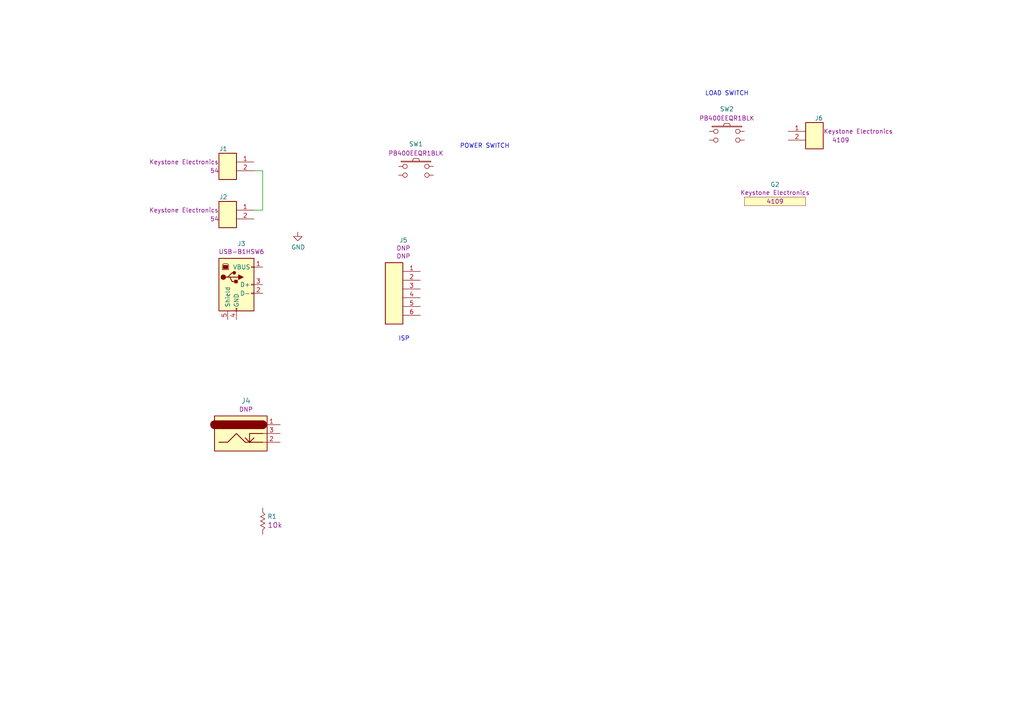
<source format=kicad_sch>
(kicad_sch (version 20211123) (generator eeschema)
  (paper "A4")
  (lib_symbols
    (symbol "master-vampire_General:Conn_1x2"
      (property "Reference" "J" (at -2.54 7.62 0))
      (property "MPN" "DNP" (at 0 10.16 0))
      (property "Manufacturer" "DNP" (at 7.62 17.78 0))
      (symbol "Conn_1x2_0_1"
        (rectangle (start 2.54 5.08) (end -2.54 -2.54) (stroke (width 0.254)) (fill (type background)))
      )
      (symbol "Conn_1x2_1_1"
        (pin bidirectional line (at 7.62 2.54 180) (length 5.08) (name "~") (number "1"))
        (pin bidirectional line (at 7.62 0 180) (length 5.08) (name "~") (number "2"))
      )
    )
    (symbol "master-vampire_General:Conn_1x6"
      (property "Reference" "J" (at -2.54 12.7 0))
      (property "Manufacturer" "DNP" (at 0 15.24 0))
      (property "MPN" "DNP" (at 2.54 12.7 0))
      (symbol "Conn_1x6_0_1"
        (rectangle (start 2.54 10.16) (end -2.54 -7.62) (stroke (width 0.254)) (fill (type background)))
      )
      (symbol "Conn_1x6_1_1"
        (pin input line (at 7.62 7.62 180) (length 5.08) (name "~") (number "1"))
        (pin input line (at 7.62 5.08 180) (length 5.08) (name "~") (number "2"))
        (pin input line (at 7.62 2.54 180) (length 5.08) (name "~") (number "3"))
        (pin input line (at 7.62 0 180) (length 5.08) (name "~") (number "4"))
        (pin input line (at 7.62 -2.54 180) (length 5.08) (name "~") (number "5"))
        (pin input line (at 7.62 -5.08 180) (length 5.08) (name "~") (number "6"))
      )
    )
    (symbol "master-vampire_General:Conn_BarrelJack_Switch"
      (property "Reference" "J" (at -6.35 6.35 0))
      (property "MPN" "DNP" (at -3.81 8.89 0))
      (symbol "Conn_BarrelJack_Switch_0_1"
        (polyline (pts (xy -5.08 2.54) (xy -7.62 2.54)) (stroke (width 2.54)))
        (polyline (pts (xy 1.27 -1.27) (xy 2.54 -2.54)) (stroke (width 0.254)))
        (polyline (pts (xy 2.54 -2.54) (xy 3.81 -1.27)) (stroke (width 0.254)))
        (polyline (pts (xy 6.35 2.54) (xy -5.08 2.54)) (stroke (width 2.54)))
        (polyline (pts (xy 6.35 0) (xy 2.54 0) (xy 2.54 -2.54)) (stroke (width 0.254)))
        (polyline (pts (xy 6.35 -2.54) (xy 1.27 -2.54) (xy -1.27 0) (xy -3.81 -2.54) (xy -6.35 -2.54)) (stroke (width 0.254)))
        (rectangle (start 7.62 5.08) (end -7.62 -5.08) (stroke (width 0.254)) (fill (type background)))
      )
      (symbol "Conn_BarrelJack_Switch_1_1"
        (pin input line (at 11.43 2.54 180) (length 5.08) (name "~") (number "1"))
        (pin input line (at 11.43 -2.54 180) (length 5.08) (name "~") (number "2"))
        (pin input line (at 11.43 0 180) (length 5.08) (name "~") (number "3"))
      )
    )
    (symbol "master-vampire_General:Conn_USB-B" (pin_names (offset 1.016))
      (property "Reference" "J" (at -5.08 11.43 0))
      (property "MPN" "DNP" (at -2.54 8.89 0))
      (symbol "Conn_USB-B_0_1"
        (rectangle (start -5.08 -7.62) (end 5.08 7.62) (stroke (width 0.254)) (fill (type background)))
        (circle (center -3.81 2.159) (radius 0.635) (stroke (width 0.254)) (fill (type outline)))
        (rectangle (start -3.81 5.588) (end -2.54 4.572) (fill (type outline)))
        (circle (center -0.635 3.429) (radius 0.381) (stroke (width 0.254)) (fill (type outline)))
        (rectangle (start -0.127 -7.62) (end 0.127 -6.858))
        (polyline (pts (xy -1.905 2.159) (xy 0.635 2.159)) (stroke (width 0.254)))
        (polyline (pts (xy -3.175 2.159) (xy -2.54 2.159) (xy -1.27 3.429) (xy -0.635 3.429)) (stroke (width 0.254)))
        (polyline (pts (xy -2.54 2.159) (xy -1.905 2.159) (xy -1.27 0.889) (xy 0 0.889)) (stroke (width 0.254)))
        (polyline (pts (xy 0.635 2.794) (xy 0.635 1.524) (xy 1.905 2.159) (xy 0.635 2.794)) (stroke (width 0.254)) (fill (type outline)))
        (polyline (pts (xy -4.064 4.318) (xy -2.286 4.318) (xy -2.286 5.715) (xy -2.667 6.096) (xy -3.683 6.096) (xy -4.064 5.715) (xy -4.064 4.318)))
        (rectangle (start 0.254 1.27) (end -0.508 0.508) (stroke (width 0.254)) (fill (type outline)))
        (rectangle (start 5.08 -2.667) (end 4.318 -2.413))
        (rectangle (start 5.08 -0.127) (end 4.318 0.127))
        (rectangle (start 5.08 4.953) (end 4.318 5.207))
      )
      (symbol "Conn_USB-B_1_1"
        (pin power_out line (at 7.62 5.08 180) (length 2.54) (name "VBUS") (number "1"))
        (pin passive line (at 7.62 -2.54 180) (length 2.54) (name "D-") (number "2"))
        (pin passive line (at 7.62 0 180) (length 2.54) (name "D+") (number "3"))
        (pin power_out line (at 0 -10.16 90) (length 2.54) (name "GND") (number "4"))
        (pin passive line (at -2.54 -10.16 90) (length 2.54) (name "Shield") (number "5"))
      )
    )
    (symbol "master-vampire_General:G"
      (property "Reference" "G" (at -8.89 2.54 0))
      (property "MPN" "DNP" (at 0 0 0))
      (symbol "G_0_1"
        (rectangle (start -8.89 1.27) (end 8.89 -1.27) (stroke (width 0.1016)) (fill (type background)))
      )
    )
    (symbol "master-vampire_General:R" (pin_numbers hide) (pin_names (offset 0))
      (property "Reference" "R" (at 0 2.54 0))
      (property "Resistance" "10k" (at 0 -2.54 0))
      (symbol "R_0_1"
        (polyline (pts (xy -2.54 0) (xy -1.905 0.635) (xy -1.27 -0.635) (xy -0.635 0.635) (xy 0 -0.635) (xy 0.635 0.635) (xy 1.27 -0.635) (xy 1.905 0.635) (xy 2.54 0)))
      )
      (symbol "R_1_1"
        (pin passive line (at 3.81 0 180) (length 1.27) (name "~") (number "1"))
        (pin passive line (at -3.81 0 0) (length 1.27) (name "~") (number "2"))
      )
    )
    (symbol "master-vampire_General:SW_4-Pin_1234" (pin_numbers hide) (pin_names hide)
      (property "Reference" "SW" (at 3.81 2.794 0))
      (symbol "SW_4-Pin_1234_0_1"
        (rectangle (start -4.318 1.27) (end 4.318 1.524))
        (polyline (pts (xy -1.016 1.524) (xy -0.762 2.286) (xy 0.762 2.286) (xy 1.016 1.524)))
        (pin bidirectional inverted (at -5.08 0 0) (length 2.54) (name "in") (number "1"))
        (pin bidirectional inverted (at 5.08 0 180) (length 2.54) (name "out") (number "2"))
        (pin bidirectional inverted (at -5.08 -2.54 0) (length 2.54) (name "in") (number "3"))
        (pin bidirectional inverted (at 5.08 -2.54 180) (length 2.54) (name "out") (number "4"))
      )
    )
    (symbol "power:GND" (power) (pin_names (offset 0))
      (property "Value" "GND" (at 0 -3.81 0))
      (symbol "GND_0_1"
        (polyline (pts (xy 0 0) (xy 0 -1.27) (xy 1.27 -1.27) (xy 0 -2.54) (xy -1.27 -1.27) (xy 0 -1.27)))
      )
      (symbol "GND_1_1"
        (pin power_in line (at 0 0 270) (length 0) hide (name "GND") (number "1"))
      )
    )
  )
  (wire (pts (xy 76.2 60.96) (xy 73.66 60.96)))
  (wire (pts (xy 76.2 49.53) (xy 76.2 60.96)))
  (wire (pts (xy 73.66 49.53) (xy 76.2 49.53)))
  (text "LOAD SWITCH" (at 204.47 27.94 0) (effects (font (size 1.27 1.27)) (justify left bottom)))
  (text "ISP" (at 115.57 99.06 0) (effects (font (size 1.27 1.27)) (justify left bottom)))
  (text "POWER SWITCH" (at 133.35 43.18 0) (effects (font (size 1.27 1.27)) (justify left bottom)))
  (symbol (lib_id "master-vampire_General:Conn_1x2") (at 66.04 49.53 0) (unit 1)
    (property "Reference" "J1" (at 64.77 43.18 0))
    (property "Value" "Conn_1x2" (effects hide))
    (property "MPN" "54" (at 62.23 49.53 0))
    (property "Supplier PN" "36-54-ND" (effects hide))
    (property "Supplier" "DigiKey" (effects hide))
    (property "Manufacturer" "Keystone Electronics" (at 53.34 46.99 0))
    (property "Package" "Through Hole" (effects hide))
  )
  (symbol (lib_id "master-vampire_General:Conn_1x2") (at 66.04 63.5 0) (unit 1)
    (property "Reference" "J2" (at 64.77 57.15 0))
    (property "Value" "Conn_1x2" (effects hide))
    (property "MPN" "54" (at 62.23 63.5 0))
    (property "Supplier PN" "36-54-ND" (effects hide))
    (property "Supplier" "DigiKey" (effects hide))
    (property "Manufacturer" "Keystone Electronics" (at 53.34 60.96 0))
    (property "Package" "Through Hole" (effects hide))
  )
  (symbol (lib_id "master-vampire_General:Conn_USB-B") (at 68.58 82.55 0) (unit 1)
    (property "Reference" "J3" (at 70.0278 70.6882 0))
    (property "Value" "Conn_USB-B" (effects hide))
    (property "Datasheet" " ~" (effects hide))
    (property "MPN" "USB-B1HSW6" (at 70.0278 72.9996 0))
    (property "Manufacturer" "On Shore Technology Inc." (effects hide))
    (property "Supplier" "DigiKey" (effects hide))
    (property "Supplier PN" "ED2982-ND" (effects hide))
    (property "Package" "Through Hole, Right Angle" (effects hide))
  )
  (symbol (lib_id "power:GND") (at 86.36 67.31 0) (unit 1)
    (property "Reference" "#PWR01" (effects hide))
    (property "Value" "GND" (at 86.487 71.7042 0))
  )
  (symbol (lib_id "master-vampire_General:Conn_1x2") (at 236.22 40.64 0) (mirror y) (unit 1)
    (property "Reference" "J6" (at 237.49 34.29 0))
    (property "Value" "Conn_1x2" (effects hide))
    (property "MPN" "4109" (at 243.84 40.64 0))
    (property "Supplier PN" "36-4109-ND" (effects hide))
    (property "Supplier" "DigiKey" (effects hide))
    (property "Manufacturer" "Keystone Electronics" (at 248.92 38.1 0))
    (property "Package" "Panel Mount" (effects hide))
  )
  (symbol (lib_id "master-vampire_General:Conn_1x6") (at 114.3 86.36 0) (unit 1)
    (property "Reference" "J5" (at 117.0178 69.6722 0))
    (property "Value" "Conn_1x6" (effects hide))
    (property "Manufacturer" "DNP" (at 117.0178 71.9836 0))
    (property "MPN" "DNP" (at 117.0178 74.295 0))
    (property "Supplier" "DNP" (effects hide))
    (property "Supplier PN" "DNP" (effects hide))
    (property "Package" "DNP" (effects hide))
  )
  (symbol (lib_id "master-vampire_General:Conn_BarrelJack_Switch") (at 69.85 125.73 0) (unit 1)
    (property "Reference" "J4" (at 71.3486 116.2558 0) (effects (font (size 1.524 1.524))))
    (property "Value" "Conn_BarrelJack_Switch" (effects hide))
    (property "MPN" "DNP" (at 71.3486 118.745 0))
    (property "Manufacturer" "DNP" (effects hide))
    (property "Supplier" "DNP" (effects hide))
    (property "Supplier PN" "DNP" (effects hide))
    (property "Package" "DNP" (effects hide))
  )
  (symbol (lib_id "master-vampire_General:SW_4-Pin_1234") (at 120.65 48.26 0) (unit 1)
    (property "Reference" "SW1" (at 120.65 41.783 0))
    (property "Value" "SW_4-Pin_1234" (effects hide))
    (property "Supplier" "DigiKey" (effects hide))
    (property "Supplier PN" "EG5547-ND" (effects hide))
    (property "MPN" "PB400EEQR1BLK" (at 120.65 44.45 0))
    (property "Manufacturer" "E-Switch" (effects hide))
    (property "Package" "Thru-hole, Right-angle" (effects hide))
  )
  (symbol (lib_id "master-vampire_General:SW_4-Pin_1234") (at 210.82 38.1 0) (unit 1)
    (property "Reference" "SW2" (at 210.82 31.623 0))
    (property "Value" "SW_4-Pin_1234" (effects hide))
    (property "Supplier" "DigiKey" (effects hide))
    (property "Supplier PN" "EG5547-ND" (effects hide))
    (property "MPN" "PB400EEQR1BLK" (at 210.82 34.29 0))
    (property "Manufacturer" "E-Switch" (effects hide))
    (property "Package" "Thru-hole, Right-angle" (effects hide))
  )
  (symbol (lib_id "master-vampire_General:R") (at 76.2 151.13 270) (unit 1)
    (property "Reference" "R1" (at 77.5462 149.7838 90) (effects (justify left)))
    (property "Value" "R" (effects hide))
    (property "Resistance" "10k" (at 77.5462 152.2984 90) (effects (font (size 1.524 1.524)) (justify left)))
    (property "Power" "1/10W" (effects hide))
    (property "Package" "0603" (effects hide))
    (property "Tolerance" "5%" (effects hide))
    (property "MPN" "DNP" (effects hide))
    (property "Manufacturer" "DNP" (effects hide))
    (property "Supplier" "DNP" (effects hide))
    (property "Supplier PN" "DNP" (effects hide))
  )
  (symbol (lib_id "master-vampire_General:G") (at 224.79 58.42 0) (unit 1)
    (property "Reference" "G2" (at 224.79 53.5264 0))
    (property "Value" "G" (effects hide))
    (property "Footprint" "master-vampire:H_BindingPost-Dual" (effects hide))
    (property "MPN" "4109" (at 224.79 58.42 0))
    (property "Manufacturer" "Keystone Electronics" (at 224.79 55.88 0))
    (property "Supplier" "DigiKey" (effects hide))
    (property "Supplier PN" "36-4109-ND" (effects hide))
    (property "Package" "Panel Mount" (effects hide))
  )
)
</source>
